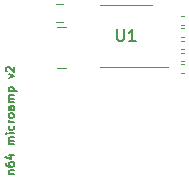
<source format=gbr>
%TF.GenerationSoftware,KiCad,Pcbnew,7.0.8*%
%TF.CreationDate,2024-06-22T11:04:44-04:00*%
%TF.ProjectId,n64amp,6e363461-6d70-42e6-9b69-6361645f7063,rev?*%
%TF.SameCoordinates,Original*%
%TF.FileFunction,Legend,Top*%
%TF.FilePolarity,Positive*%
%FSLAX46Y46*%
G04 Gerber Fmt 4.6, Leading zero omitted, Abs format (unit mm)*
G04 Created by KiCad (PCBNEW 7.0.8) date 2024-06-22 11:04:44*
%MOMM*%
%LPD*%
G01*
G04 APERTURE LIST*
%ADD10C,0.150000*%
%ADD11C,0.120000*%
G04 APERTURE END LIST*
D10*
X14883066Y-26607849D02*
X15349733Y-26607849D01*
X14949733Y-26607849D02*
X14916400Y-26574516D01*
X14916400Y-26574516D02*
X14883066Y-26507849D01*
X14883066Y-26507849D02*
X14883066Y-26407849D01*
X14883066Y-26407849D02*
X14916400Y-26341182D01*
X14916400Y-26341182D02*
X14983066Y-26307849D01*
X14983066Y-26307849D02*
X15349733Y-26307849D01*
X14649733Y-25674516D02*
X14649733Y-25807849D01*
X14649733Y-25807849D02*
X14683066Y-25874516D01*
X14683066Y-25874516D02*
X14716400Y-25907849D01*
X14716400Y-25907849D02*
X14816400Y-25974516D01*
X14816400Y-25974516D02*
X14949733Y-26007849D01*
X14949733Y-26007849D02*
X15216400Y-26007849D01*
X15216400Y-26007849D02*
X15283066Y-25974516D01*
X15283066Y-25974516D02*
X15316400Y-25941183D01*
X15316400Y-25941183D02*
X15349733Y-25874516D01*
X15349733Y-25874516D02*
X15349733Y-25741183D01*
X15349733Y-25741183D02*
X15316400Y-25674516D01*
X15316400Y-25674516D02*
X15283066Y-25641183D01*
X15283066Y-25641183D02*
X15216400Y-25607849D01*
X15216400Y-25607849D02*
X15049733Y-25607849D01*
X15049733Y-25607849D02*
X14983066Y-25641183D01*
X14983066Y-25641183D02*
X14949733Y-25674516D01*
X14949733Y-25674516D02*
X14916400Y-25741183D01*
X14916400Y-25741183D02*
X14916400Y-25874516D01*
X14916400Y-25874516D02*
X14949733Y-25941183D01*
X14949733Y-25941183D02*
X14983066Y-25974516D01*
X14983066Y-25974516D02*
X15049733Y-26007849D01*
X14883066Y-25007849D02*
X15349733Y-25007849D01*
X14616400Y-25174516D02*
X15116400Y-25341182D01*
X15116400Y-25341182D02*
X15116400Y-24907849D01*
X15349733Y-24107849D02*
X14883066Y-24107849D01*
X14949733Y-24107849D02*
X14916400Y-24074516D01*
X14916400Y-24074516D02*
X14883066Y-24007849D01*
X14883066Y-24007849D02*
X14883066Y-23907849D01*
X14883066Y-23907849D02*
X14916400Y-23841182D01*
X14916400Y-23841182D02*
X14983066Y-23807849D01*
X14983066Y-23807849D02*
X15349733Y-23807849D01*
X14983066Y-23807849D02*
X14916400Y-23774516D01*
X14916400Y-23774516D02*
X14883066Y-23707849D01*
X14883066Y-23707849D02*
X14883066Y-23607849D01*
X14883066Y-23607849D02*
X14916400Y-23541182D01*
X14916400Y-23541182D02*
X14983066Y-23507849D01*
X14983066Y-23507849D02*
X15349733Y-23507849D01*
X15349733Y-23174516D02*
X14883066Y-23174516D01*
X14649733Y-23174516D02*
X14683066Y-23207849D01*
X14683066Y-23207849D02*
X14716400Y-23174516D01*
X14716400Y-23174516D02*
X14683066Y-23141183D01*
X14683066Y-23141183D02*
X14649733Y-23174516D01*
X14649733Y-23174516D02*
X14716400Y-23174516D01*
X15316400Y-22541183D02*
X15349733Y-22607850D01*
X15349733Y-22607850D02*
X15349733Y-22741183D01*
X15349733Y-22741183D02*
X15316400Y-22807850D01*
X15316400Y-22807850D02*
X15283066Y-22841183D01*
X15283066Y-22841183D02*
X15216400Y-22874516D01*
X15216400Y-22874516D02*
X15016400Y-22874516D01*
X15016400Y-22874516D02*
X14949733Y-22841183D01*
X14949733Y-22841183D02*
X14916400Y-22807850D01*
X14916400Y-22807850D02*
X14883066Y-22741183D01*
X14883066Y-22741183D02*
X14883066Y-22607850D01*
X14883066Y-22607850D02*
X14916400Y-22541183D01*
X15349733Y-22241183D02*
X14883066Y-22241183D01*
X15016400Y-22241183D02*
X14949733Y-22207850D01*
X14949733Y-22207850D02*
X14916400Y-22174516D01*
X14916400Y-22174516D02*
X14883066Y-22107850D01*
X14883066Y-22107850D02*
X14883066Y-22041183D01*
X15349733Y-21707850D02*
X15316400Y-21774517D01*
X15316400Y-21774517D02*
X15283066Y-21807850D01*
X15283066Y-21807850D02*
X15216400Y-21841183D01*
X15216400Y-21841183D02*
X15016400Y-21841183D01*
X15016400Y-21841183D02*
X14949733Y-21807850D01*
X14949733Y-21807850D02*
X14916400Y-21774517D01*
X14916400Y-21774517D02*
X14883066Y-21707850D01*
X14883066Y-21707850D02*
X14883066Y-21607850D01*
X14883066Y-21607850D02*
X14916400Y-21541183D01*
X14916400Y-21541183D02*
X14949733Y-21507850D01*
X14949733Y-21507850D02*
X15016400Y-21474517D01*
X15016400Y-21474517D02*
X15216400Y-21474517D01*
X15216400Y-21474517D02*
X15283066Y-21507850D01*
X15283066Y-21507850D02*
X15316400Y-21541183D01*
X15316400Y-21541183D02*
X15349733Y-21607850D01*
X15349733Y-21607850D02*
X15349733Y-21707850D01*
X15349733Y-20874517D02*
X14983066Y-20874517D01*
X14983066Y-20874517D02*
X14916400Y-20907850D01*
X14916400Y-20907850D02*
X14883066Y-20974517D01*
X14883066Y-20974517D02*
X14883066Y-21107850D01*
X14883066Y-21107850D02*
X14916400Y-21174517D01*
X15316400Y-20874517D02*
X15349733Y-20941184D01*
X15349733Y-20941184D02*
X15349733Y-21107850D01*
X15349733Y-21107850D02*
X15316400Y-21174517D01*
X15316400Y-21174517D02*
X15249733Y-21207850D01*
X15249733Y-21207850D02*
X15183066Y-21207850D01*
X15183066Y-21207850D02*
X15116400Y-21174517D01*
X15116400Y-21174517D02*
X15083066Y-21107850D01*
X15083066Y-21107850D02*
X15083066Y-20941184D01*
X15083066Y-20941184D02*
X15049733Y-20874517D01*
X15349733Y-20541184D02*
X14883066Y-20541184D01*
X14949733Y-20541184D02*
X14916400Y-20507851D01*
X14916400Y-20507851D02*
X14883066Y-20441184D01*
X14883066Y-20441184D02*
X14883066Y-20341184D01*
X14883066Y-20341184D02*
X14916400Y-20274517D01*
X14916400Y-20274517D02*
X14983066Y-20241184D01*
X14983066Y-20241184D02*
X15349733Y-20241184D01*
X14983066Y-20241184D02*
X14916400Y-20207851D01*
X14916400Y-20207851D02*
X14883066Y-20141184D01*
X14883066Y-20141184D02*
X14883066Y-20041184D01*
X14883066Y-20041184D02*
X14916400Y-19974517D01*
X14916400Y-19974517D02*
X14983066Y-19941184D01*
X14983066Y-19941184D02*
X15349733Y-19941184D01*
X14883066Y-19607851D02*
X15583066Y-19607851D01*
X14916400Y-19607851D02*
X14883066Y-19541184D01*
X14883066Y-19541184D02*
X14883066Y-19407851D01*
X14883066Y-19407851D02*
X14916400Y-19341184D01*
X14916400Y-19341184D02*
X14949733Y-19307851D01*
X14949733Y-19307851D02*
X15016400Y-19274518D01*
X15016400Y-19274518D02*
X15216400Y-19274518D01*
X15216400Y-19274518D02*
X15283066Y-19307851D01*
X15283066Y-19307851D02*
X15316400Y-19341184D01*
X15316400Y-19341184D02*
X15349733Y-19407851D01*
X15349733Y-19407851D02*
X15349733Y-19541184D01*
X15349733Y-19541184D02*
X15316400Y-19607851D01*
X14883066Y-18507852D02*
X15349733Y-18341185D01*
X15349733Y-18341185D02*
X14883066Y-18174518D01*
X14716400Y-17941185D02*
X14683066Y-17907852D01*
X14683066Y-17907852D02*
X14649733Y-17841185D01*
X14649733Y-17841185D02*
X14649733Y-17674519D01*
X14649733Y-17674519D02*
X14683066Y-17607852D01*
X14683066Y-17607852D02*
X14716400Y-17574519D01*
X14716400Y-17574519D02*
X14783066Y-17541185D01*
X14783066Y-17541185D02*
X14849733Y-17541185D01*
X14849733Y-17541185D02*
X14949733Y-17574519D01*
X14949733Y-17574519D02*
X15349733Y-17974519D01*
X15349733Y-17974519D02*
X15349733Y-17541185D01*
X24079295Y-14364819D02*
X24079295Y-15174342D01*
X24079295Y-15174342D02*
X24126914Y-15269580D01*
X24126914Y-15269580D02*
X24174533Y-15317200D01*
X24174533Y-15317200D02*
X24269771Y-15364819D01*
X24269771Y-15364819D02*
X24460247Y-15364819D01*
X24460247Y-15364819D02*
X24555485Y-15317200D01*
X24555485Y-15317200D02*
X24603104Y-15269580D01*
X24603104Y-15269580D02*
X24650723Y-15174342D01*
X24650723Y-15174342D02*
X24650723Y-14364819D01*
X25650723Y-15364819D02*
X25079295Y-15364819D01*
X25365009Y-15364819D02*
X25365009Y-14364819D01*
X25365009Y-14364819D02*
X25269771Y-14507676D01*
X25269771Y-14507676D02*
X25174533Y-14602914D01*
X25174533Y-14602914D02*
X25079295Y-14650533D01*
D11*
%TO.C,C4*%
X19463652Y-13739800D02*
X18941148Y-13739800D01*
X19463652Y-12269800D02*
X18941148Y-12269800D01*
%TO.C,R1*%
X29772041Y-13994400D02*
X29464759Y-13994400D01*
X29772041Y-13234400D02*
X29464759Y-13234400D01*
%TO.C,RN1*%
X19761200Y-14199600D02*
X18961200Y-14199600D01*
X19761200Y-17639600D02*
X18961200Y-17639600D01*
%TO.C,R2*%
X29464759Y-14250400D02*
X29772041Y-14250400D01*
X29464759Y-15010400D02*
X29772041Y-15010400D01*
%TO.C,C1*%
X29724236Y-16057200D02*
X29508564Y-16057200D01*
X29724236Y-15337200D02*
X29508564Y-15337200D01*
%TO.C,C3*%
X29724236Y-18063800D02*
X29508564Y-18063800D01*
X29724236Y-17343800D02*
X29508564Y-17343800D01*
%TO.C,C2*%
X29724236Y-17073200D02*
X29508564Y-17073200D01*
X29724236Y-16353200D02*
X29508564Y-16353200D01*
%TO.C,U1*%
X24808100Y-17539600D02*
X28408100Y-17539600D01*
X24808100Y-17539600D02*
X22608100Y-17539600D01*
X24808100Y-12319600D02*
X27008100Y-12319600D01*
X24808100Y-12319600D02*
X22608100Y-12319600D01*
%TD*%
M02*

</source>
